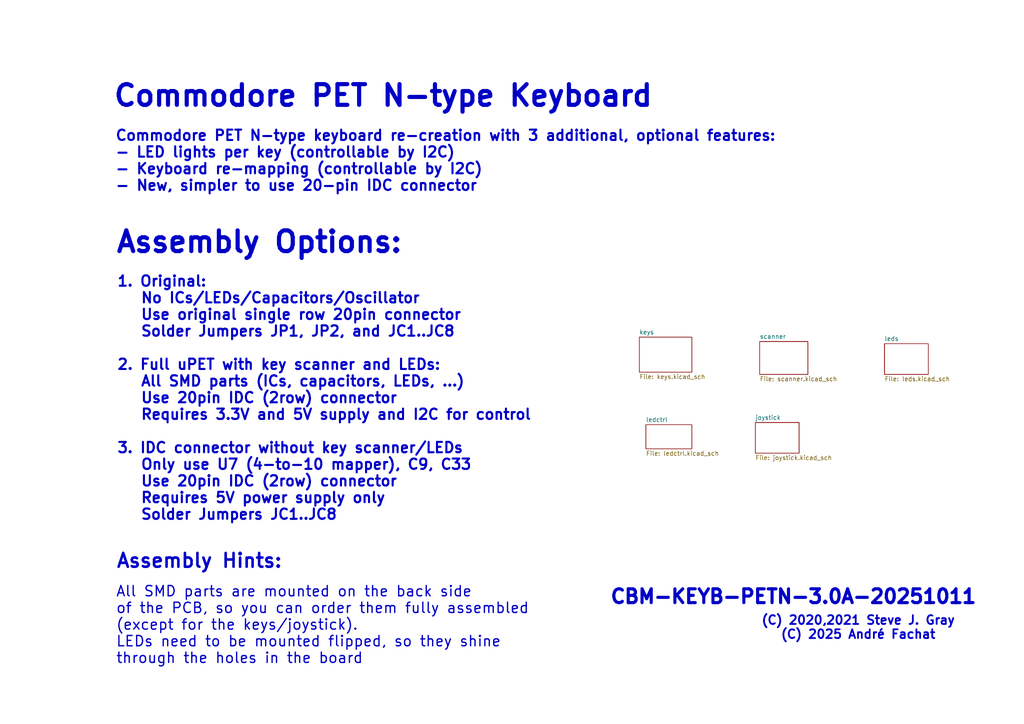
<source format=kicad_sch>
(kicad_sch
	(version 20250114)
	(generator "eeschema")
	(generator_version "9.0")
	(uuid "a0727808-af70-4056-b2ee-ab828c2acfbd")
	(paper "A4")
	(title_block
		(title "PET/CBM \"N\" Keyboard")
		(date "2025-10-05")
		(rev "N-V3-R0")
		(company "Steve J. Gray, André Fachat")
	)
	(lib_symbols)
	(text "1. Original:\n   No ICs/LEDs/Capacitors/Oscillator\n   Use original single row 20pin connector\n   Solder Jumpers JP1, JP2, and JC1..JC8\n\n2. Full uPET with key scanner and LEDs:\n   All SMD parts (ICs, capacitors, LEDs, ...)\n   Use 20pin IDC (2row) connector\n   Requires 3.3V and 5V supply and I2C for control\n\n3. IDC connector without key scanner/LEDs\n   Only use U7 (4-to-10 mapper), C9, C33\n   Use 20pin IDC (2row) connector\n   Requires 5V power supply only\n   Solder Jumpers JC1..JC8"
		(exclude_from_sim no)
		(at 33.782 115.57 0)
		(effects
			(font
				(size 3 3)
				(thickness 0.6)
				(bold yes)
			)
			(justify left)
		)
		(uuid "0435caf2-9c4d-4d2c-8670-0dfb03a51053")
	)
	(text "All SMD parts are mounted on the back side\nof the PCB, so you can order them fully assembled\n(except for the keys/joystick).\nLEDs need to be mounted flipped, so they shine\nthrough the holes in the board"
		(exclude_from_sim no)
		(at 33.528 181.356 0)
		(effects
			(font
				(size 3 3)
				(thickness 0.375)
			)
			(justify left)
		)
		(uuid "3b7709b8-3a1b-48e6-8fda-4e587123b164")
	)
	(text "Commodore PET N-type keyboard re-creation with 3 additional, optional features:\n- LED lights per key (controllable by I2C)\n- Keyboard re-mapping (controllable by I2C)\n- New, simpler to use 20-pin IDC connector"
		(exclude_from_sim no)
		(at 33.274 46.736 0)
		(effects
			(font
				(size 3 3)
				(thickness 0.6)
				(bold yes)
			)
			(justify left)
		)
		(uuid "58626872-dba6-4d64-ae0d-87bd40fa6997")
	)
	(text "Assembly Options:"
		(exclude_from_sim no)
		(at 33.274 70.358 0)
		(effects
			(font
				(size 6 6)
				(thickness 1.2)
				(bold yes)
			)
			(justify left)
		)
		(uuid "5ff403e4-db50-4e91-9042-affaa4c29fa4")
	)
	(text "(C) 2020,2021 Steve J. Gray\n(C) 2025 André Fachat"
		(exclude_from_sim no)
		(at 248.92 182.118 0)
		(effects
			(font
				(size 2.54 2.54)
				(thickness 0.508)
				(bold yes)
			)
		)
		(uuid "8ba7a6da-1130-4faa-b4f5-26e54e9a4934")
	)
	(text "Assembly Hints:"
		(exclude_from_sim no)
		(at 33.528 162.814 0)
		(effects
			(font
				(size 4 4)
				(thickness 0.75)
			)
			(justify left)
		)
		(uuid "bdc5d491-acb1-47e7-9bff-f09f73dc47ff")
	)
	(text "Commodore PET N-type Keyboard"
		(exclude_from_sim no)
		(at 32.512 27.94 0)
		(effects
			(font
				(size 6 6)
				(thickness 1.2)
				(bold yes)
			)
			(justify left)
		)
		(uuid "d0de45b1-dfbc-489f-8a15-be1c13dc6ff7")
	)
	(text "CBM-KEYB-PETN-3.0A-20251011"
		(exclude_from_sim no)
		(at 230.124 173.228 0)
		(effects
			(font
				(size 4 4)
				(thickness 0.9)
				(bold yes)
			)
		)
		(uuid "f45b7f26-b1be-49bf-a222-5c4837b4884a")
	)
	(sheet
		(at 185.42 97.79)
		(size 15.24 10.16)
		(exclude_from_sim no)
		(in_bom yes)
		(on_board yes)
		(dnp no)
		(fields_autoplaced yes)
		(stroke
			(width 0.1524)
			(type solid)
		)
		(fill
			(color 0 0 0 0.0000)
		)
		(uuid "3105255e-9d83-489e-9710-b7158ffedc39")
		(property "Sheetname" "keys"
			(at 185.42 97.0784 0)
			(effects
				(font
					(size 1.27 1.27)
				)
				(justify left bottom)
			)
		)
		(property "Sheetfile" "keys.kicad_sch"
			(at 185.42 108.5346 0)
			(effects
				(font
					(size 1.27 1.27)
				)
				(justify left top)
			)
		)
		(instances
			(project "petkn"
				(path "/a0727808-af70-4056-b2ee-ab828c2acfbd"
					(page "2")
				)
			)
		)
	)
	(sheet
		(at 220.345 99.06)
		(size 13.97 9.525)
		(exclude_from_sim no)
		(in_bom yes)
		(on_board yes)
		(dnp no)
		(fields_autoplaced yes)
		(stroke
			(width 0.1524)
			(type solid)
		)
		(fill
			(color 0 0 0 0.0000)
		)
		(uuid "517ec251-9cce-431a-9802-232702808e0f")
		(property "Sheetname" "scanner"
			(at 220.345 98.3484 0)
			(effects
				(font
					(size 1.27 1.27)
				)
				(justify left bottom)
			)
		)
		(property "Sheetfile" "scanner.kicad_sch"
			(at 220.345 109.1696 0)
			(effects
				(font
					(size 1.27 1.27)
				)
				(justify left top)
			)
		)
		(instances
			(project "petkn"
				(path "/a0727808-af70-4056-b2ee-ab828c2acfbd"
					(page "3")
				)
			)
		)
	)
	(sheet
		(at 219.075 122.555)
		(size 12.7 8.89)
		(exclude_from_sim no)
		(in_bom yes)
		(on_board yes)
		(dnp no)
		(fields_autoplaced yes)
		(stroke
			(width 0.1524)
			(type solid)
		)
		(fill
			(color 0 0 0 0.0000)
		)
		(uuid "6e2ccdbf-53c4-4588-b1e1-a06c6f77deee")
		(property "Sheetname" "joystick"
			(at 219.075 121.8434 0)
			(effects
				(font
					(size 1.27 1.27)
				)
				(justify left bottom)
			)
		)
		(property "Sheetfile" "joystick.kicad_sch"
			(at 219.075 132.0296 0)
			(effects
				(font
					(size 1.27 1.27)
				)
				(justify left top)
			)
		)
		(instances
			(project "petkn"
				(path "/a0727808-af70-4056-b2ee-ab828c2acfbd"
					(page "6")
				)
			)
		)
	)
	(sheet
		(at 256.54 99.695)
		(size 12.7 8.89)
		(exclude_from_sim no)
		(in_bom yes)
		(on_board yes)
		(dnp no)
		(fields_autoplaced yes)
		(stroke
			(width 0.1524)
			(type solid)
		)
		(fill
			(color 0 0 0 0.0000)
		)
		(uuid "95aaeaab-63e5-4fb9-8d18-1756295c9b54")
		(property "Sheetname" "leds"
			(at 256.54 98.9834 0)
			(effects
				(font
					(size 1.27 1.27)
				)
				(justify left bottom)
			)
		)
		(property "Sheetfile" "leds.kicad_sch"
			(at 256.54 109.1696 0)
			(effects
				(font
					(size 1.27 1.27)
				)
				(justify left top)
			)
		)
		(instances
			(project "petkn"
				(path "/a0727808-af70-4056-b2ee-ab828c2acfbd"
					(page "4")
				)
			)
		)
	)
	(sheet
		(at 187.325 123.19)
		(size 13.335 6.985)
		(exclude_from_sim no)
		(in_bom yes)
		(on_board yes)
		(dnp no)
		(fields_autoplaced yes)
		(stroke
			(width 0.1524)
			(type solid)
		)
		(fill
			(color 0 0 0 0.0000)
		)
		(uuid "a39429aa-8c2f-45e6-a7a0-8f38ed5853cf")
		(property "Sheetname" "ledctrl"
			(at 187.325 122.4784 0)
			(effects
				(font
					(size 1.27 1.27)
				)
				(justify left bottom)
			)
		)
		(property "Sheetfile" "ledctrl.kicad_sch"
			(at 187.325 130.7596 0)
			(effects
				(font
					(size 1.27 1.27)
				)
				(justify left top)
			)
		)
		(instances
			(project "petkn"
				(path "/a0727808-af70-4056-b2ee-ab828c2acfbd"
					(page "5")
				)
			)
		)
	)
	(sheet_instances
		(path "/"
			(page "1")
		)
	)
	(embedded_fonts no)
)

</source>
